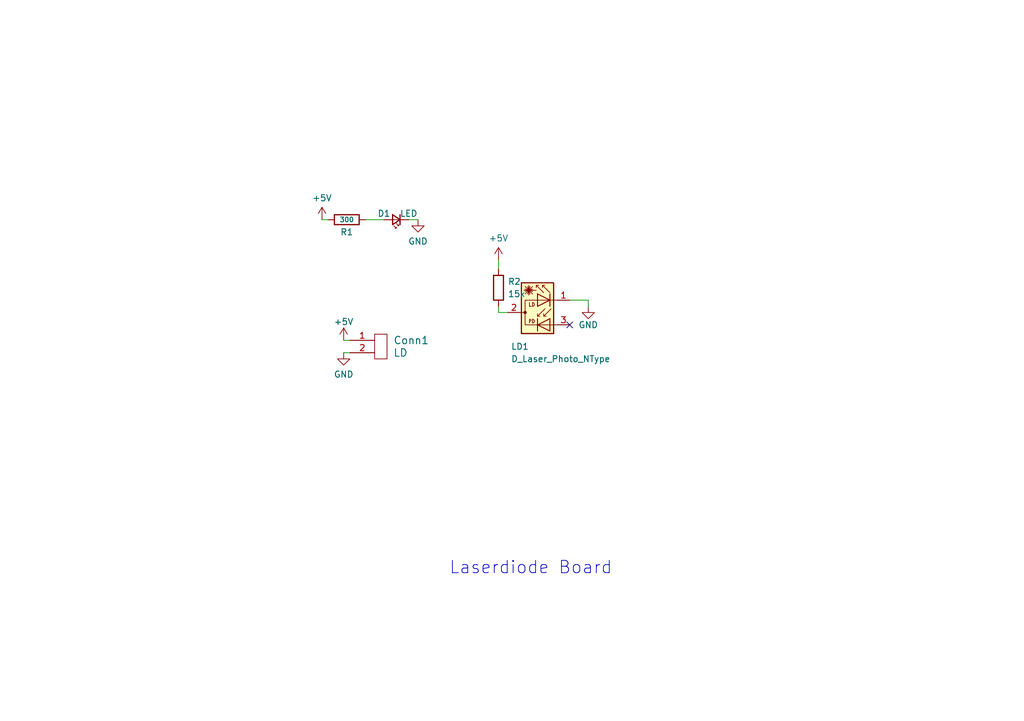
<source format=kicad_sch>
(kicad_sch (version 20230121) (generator eeschema)
  (paper "A5")
  (lib_symbols
    (symbol "Device:D_Laser_Photo_NType" (pin_names hide)
      (property "Reference" "LD" (at 1.016 7.112 0))
      (property "Value" "D_Laser_Photo_NType" (at 1.016 -5.588 0))
      (symbol "D_Laser_Photo_NType_0_1"
        (circle (center -1.524 0) (radius 0.254) (fill (type outline)))
        (arc (start -0.508 -1.778) (mid -0.3302 -1.6002) (end -0.508 -1.397))
        (arc (start 0 -2.159) (mid 0.3794 -1.778) (end 0 -1.397))
        (polyline (pts (xy -2.54 0) (xy -1.524 0)))
        (polyline (pts (xy -1.524 3.81) (xy 0 5.334)))
        (polyline (pts (xy -1.524 4.318) (xy 0 4.826)))
        (polyline (pts (xy -1.524 4.826) (xy 0 4.318)))
        (polyline (pts (xy -1.524 5.334) (xy 0 3.81)))
        (polyline (pts (xy -1.016 5.334) (xy -0.508 3.81)))
        (polyline (pts (xy -0.762 4.572) (xy -0.762 3.556)))
        (polyline (pts (xy -0.762 4.572) (xy -0.762 5.588)))
        (polyline (pts (xy -0.635 -1.397) (xy -0.635 -2.159)))
        (polyline (pts (xy -0.508 5.334) (xy -1.016 3.81)))
        (polyline (pts (xy 0 -1.397) (xy 0 -2.159)))
        (polyline (pts (xy 0 2.032) (xy 0 1.27)))
        (polyline (pts (xy 0.762 4.572) (xy -1.778 4.572)))
        (polyline (pts (xy 0.762 5.588) (xy 1.27 5.588)))
        (polyline (pts (xy 1.016 -1.27) (xy 1.016 -3.81)) (stroke (width 0.2032)))
        (polyline (pts (xy 1.016 -0.762) (xy 1.524 -0.762)))
        (polyline (pts (xy 3.556 3.81) (xy 3.556 1.27)) (stroke (width 0.2032)))
        (polyline (pts (xy -0.635 2.032) (xy -0.635 1.27) (xy -0.254 1.27)))
        (polyline (pts (xy 2.286 4.064) (xy 0.762 5.588) (xy 0.762 5.08)))
        (polyline (pts (xy 2.54 0.762) (xy 1.016 -0.762) (xy 1.016 -0.254)))
        (polyline (pts (xy 3.556 -1.27) (xy 3.556 -3.81) (xy 1.016 -2.54) (xy 3.556 -1.27)) (stroke (width 0.2032)))
        (polyline (pts (xy 5.08 2.54) (xy -1.524 2.54) (xy -1.524 -2.54) (xy 5.08 -2.54)))
        (polyline (pts (xy 3.556 4.064) (xy 2.032 5.588) (xy 2.032 5.08) (xy 2.032 5.588) (xy 2.54 5.588)))
        (polyline (pts (xy 3.81 0.762) (xy 2.286 -0.762) (xy 2.286 -0.254) (xy 2.286 -0.762) (xy 2.794 -0.762)))
        (arc (start 0 1.27) (mid 0.3794 1.651) (end 0 2.032))
        (rectangle (start 4.318 6.096) (end -2.286 -4.318) (stroke (width 0.254)) (fill (type background)))
      )
      (symbol "D_Laser_Photo_NType_1_1"
        (polyline (pts (xy 1.016 3.81) (xy 1.016 1.27) (xy 3.556 2.54) (xy 1.016 3.81)) (stroke (width 0.2032)))
        (pin passive line (at 7.62 2.54 180) (length 2.54) (name "~") (number "1"))
        (pin passive line (at -5.08 0 0) (length 2.54) (name "~") (number "2"))
        (pin passive line (at 7.62 -2.54 180) (length 2.54) (name "~") (number "3"))
      )
    )
    (symbol "Device:LED_Small" (pin_numbers hide) (pin_names (offset 0.254) hide)
      (property "Reference" "D" (at -1.27 3.175 0))
      (property "Value" "LED_Small" (at -4.445 -2.54 0))
      (symbol "LED_Small_0_1"
        (polyline (pts (xy -0.762 -1.016) (xy -0.762 1.016)) (stroke (width 0.254)))
        (polyline (pts (xy 1.016 0) (xy -0.762 0)))
        (polyline (pts (xy 0.762 -1.016) (xy -0.762 0) (xy 0.762 1.016) (xy 0.762 -1.016)) (stroke (width 0.254)))
        (polyline (pts (xy 0 0.762) (xy -0.508 1.27) (xy -0.254 1.27) (xy -0.508 1.27) (xy -0.508 1.016)))
        (polyline (pts (xy 0.508 1.27) (xy 0 1.778) (xy 0.254 1.778) (xy 0 1.778) (xy 0 1.524)))
      )
      (symbol "LED_Small_1_1"
        (pin passive line (at -2.54 0 0) (length 1.778) (name "K") (number "1"))
        (pin passive line (at 2.54 0 180) (length 1.778) (name "A") (number "2"))
      )
    )
    (symbol "Device:R" (pin_numbers hide) (pin_names (offset 0))
      (property "Reference" "R" (at 2.032 0 90))
      (property "Value" "R" (at 0 0 90))
      (symbol "R_0_1"
        (rectangle (start -1.016 -2.54) (end 1.016 2.54) (stroke (width 0.254)))
      )
      (symbol "R_1_1"
        (pin passive line (at 0 3.81 270) (length 1.27) (name "~") (number "1"))
        (pin passive line (at 0 -3.81 90) (length 1.27) (name "~") (number "2"))
      )
    )
    (symbol "MRDT_Connectors:Molex_SL_02" (pin_names (offset 1.016))
      (property "Reference" "Conn" (at 3.81 -1.27 0))
      (property "Value" "Molex_SL_02" (at 1.27 6.35 0))
      (symbol "Molex_SL_02_0_1"
        (rectangle (start 0 5.08) (end 2.54 0))
      )
      (symbol "Molex_SL_02_1_1"
        (pin input line (at -5.08 3.81 0) (length 5.08) (name "~") (number "1"))
        (pin input line (at -5.08 1.27 0) (length 5.08) (name "~") (number "2"))
      )
    )
    (symbol "power:+5V" (power) (pin_names (offset 0))
      (property "Value" "+5V" (at 0 3.556 0))
      (symbol "+5V_0_1"
        (polyline (pts (xy -0.762 1.27) (xy 0 2.54)))
        (polyline (pts (xy 0 0) (xy 0 2.54)))
        (polyline (pts (xy 0 2.54) (xy 0.762 1.27)))
      )
      (symbol "+5V_1_1"
        (pin power_in line (at 0 0 90) (length 0) hide (name "+5V") (number "1"))
      )
    )
    (symbol "power:GND" (power) (pin_names (offset 0))
      (property "Value" "GND" (at 0 -3.81 0))
      (symbol "GND_0_1"
        (polyline (pts (xy 0 0) (xy 0 -1.27) (xy 1.27 -1.27) (xy 0 -2.54) (xy -1.27 -1.27) (xy 0 -1.27)))
      )
      (symbol "GND_1_1"
        (pin power_in line (at 0 0 270) (length 0) hide (name "GND") (number "1"))
      )
    )
  )
  (no_connect (at 116.84 66.675))
  (wire (pts (xy 102.235 53.34) (xy 102.235 55.245)))
  (wire (pts (xy 66.04 45.085) (xy 67.31 45.085)))
  (wire (pts (xy 70.485 69.85) (xy 71.755 69.85)))
  (wire (pts (xy 104.14 64.135) (xy 102.235 64.135)))
  (wire (pts (xy 70.485 72.39) (xy 71.755 72.39)))
  (wire (pts (xy 116.84 61.595) (xy 120.65 61.595)))
  (wire (pts (xy 120.65 61.595) (xy 120.65 62.865)))
  (wire (pts (xy 74.93 45.085) (xy 78.74 45.085)))
  (wire (pts (xy 83.82 45.085) (xy 85.725 45.085)))
  (wire (pts (xy 102.235 64.135) (xy 102.235 62.865)))
  (text "Laserdiode Board" (at 92.075 118.11 0) (effects (font (size 2.54 2.54)) (justify left bottom)))
  (symbol (lib_id "power:GND") (at 85.725 45.085 0) (unit 1)
    (property "Reference" "#PWR04" (effects hide))
    (property "Value" "GND" (at 85.725 49.53 0))
  )
  (symbol (lib_id "power:+5V") (at 102.235 53.34 0) (unit 1)
    (property "Reference" "#PWR05" (effects hide))
    (property "Value" "+5V" (at 102.235 48.895 0))
  )
  (symbol (lib_id "Device:R") (at 71.12 45.085 90) (unit 1)
    (property "Reference" "R1" (at 71.12 47.625 90))
    (property "Value" "300" (at 71.12 45.085 90) (effects (font (size 0.9906 0.9906))))
    (property "Footprint" "Resistor_SMD:R_0603_1608Metric_Pad0.98x0.95mm_HandSolder" (effects hide))
  )
  (symbol (lib_id "Device:R") (at 102.235 59.055 0) (unit 1)
    (property "Reference" "R2" (at 104.14 57.785 0) (effects (justify left)))
    (property "Value" "15k" (at 104.14 60.325 0) (effects (justify left)))
  )
  (symbol (lib_id "power:GND") (at 70.485 72.39 0) (unit 1)
    (property "Reference" "#PWR03" (effects hide))
    (property "Value" "GND" (at 70.485 76.835 0))
  )
  (symbol (lib_id "power:+5V") (at 70.485 69.85 0) (unit 1)
    (property "Reference" "#PWR02" (effects hide))
    (property "Value" "+5V" (at 70.485 66.04 0))
  )
  (symbol (lib_id "power:GND") (at 120.65 62.865 0) (unit 1)
    (property "Reference" "#PWR06" (effects hide))
    (property "Value" "GND" (at 120.65 66.675 0))
  )
  (symbol (lib_id "power:+5V") (at 66.04 45.085 0) (unit 1)
    (property "Reference" "#PWR01" (effects hide))
    (property "Value" "+5V" (at 66.04 40.64 0))
  )
  (symbol (lib_id "Device:D_Laser_Photo_NType") (at 109.22 64.135 0) (unit 1)
    (property "Reference" "LD1" (at 104.775 71.12 0) (effects (justify left)))
    (property "Value" "D_Laser_Photo_NType" (at 104.775 73.66 0) (effects (justify left)))
    (property "Datasheet" "http://www.egismos.disonhu.com/laser/diode-package.htm" (effects hide))
  )
  (symbol (lib_id "MRDT_Connectors:Molex_SL_02") (at 76.835 73.66 0) (unit 1)
    (property "Reference" "Conn1" (at 80.645 69.85 0) (effects (font (size 1.524 1.524)) (justify left)))
    (property "Value" "LD" (at 80.645 72.39 0) (effects (font (size 1.524 1.524)) (justify left)))
  )
  (symbol (lib_id "Device:LED_Small") (at 81.28 45.085 180) (unit 1)
    (property "Reference" "D1" (at 78.74 43.815 0))
    (property "Value" "LED" (at 83.82 43.815 0))
    (property "Footprint" "LED_SMD:LED_0603_1608Metric_Pad1.05x0.95mm_HandSolder" (effects hide))
  )
)
</source>
